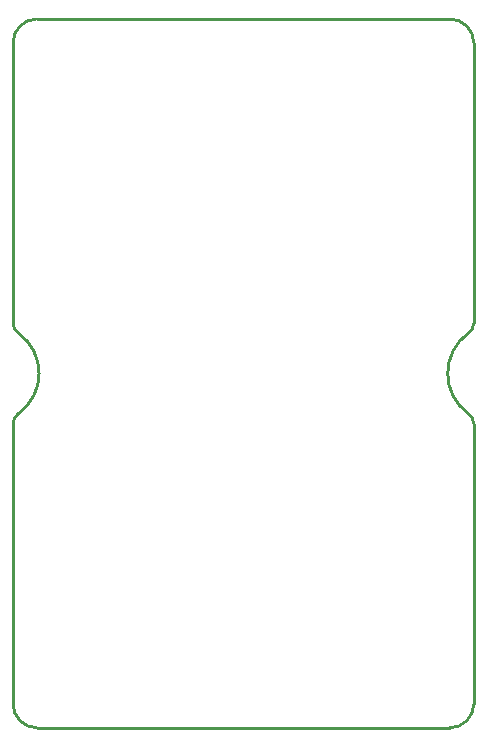
<source format=gm1>
%TF.GenerationSoftware,KiCad,Pcbnew,(6.0.9)*%
%TF.CreationDate,2023-02-13T00:06:44-05:00*%
%TF.ProjectId,Tang,54616e67-2e6b-4696-9361-645f70636258,rev?*%
%TF.SameCoordinates,Original*%
%TF.FileFunction,Profile,NP*%
%FSLAX46Y46*%
G04 Gerber Fmt 4.6, Leading zero omitted, Abs format (unit mm)*
G04 Created by KiCad (PCBNEW (6.0.9)) date 2023-02-13 00:06:44*
%MOMM*%
%LPD*%
G01*
G04 APERTURE LIST*
%TA.AperFunction,Profile*%
%ADD10C,0.250000*%
%TD*%
G04 APERTURE END LIST*
D10*
X102500000Y-65000000D02*
G75*
G03*
X100500000Y-67000000I0J-2000000D01*
G01*
X139500039Y-99247352D02*
G75*
G03*
X139076923Y-98430554I-1000039J-48D01*
G01*
X100923077Y-98430554D02*
G75*
G03*
X100923077Y-91569446I-2423077J3430554D01*
G01*
X100923099Y-98430586D02*
G75*
G03*
X100500000Y-99247352I576901J-816814D01*
G01*
X139076923Y-91569446D02*
G75*
G03*
X139076923Y-98430554I2423077J-3430554D01*
G01*
X100500000Y-67000000D02*
X100500000Y-90752648D01*
X102500000Y-125000000D02*
X137500000Y-125000000D01*
X139500000Y-67000000D02*
G75*
G03*
X137500000Y-65000000I-2000000J0D01*
G01*
X100499961Y-90752648D02*
G75*
G03*
X100923077Y-91569446I1000039J48D01*
G01*
X139500000Y-90752648D02*
X139500000Y-67000000D01*
X137500000Y-65000000D02*
X102500000Y-65000000D01*
X137500000Y-125000000D02*
G75*
G03*
X139500000Y-123000000I0J2000000D01*
G01*
X100500000Y-99247352D02*
X100500000Y-123000000D01*
X100500000Y-123000000D02*
G75*
G03*
X102500000Y-125000000I2000000J0D01*
G01*
X139500000Y-123000000D02*
X139500000Y-99247352D01*
X139076949Y-91569483D02*
G75*
G03*
X139500000Y-90752648I-577149J816883D01*
G01*
M02*

</source>
